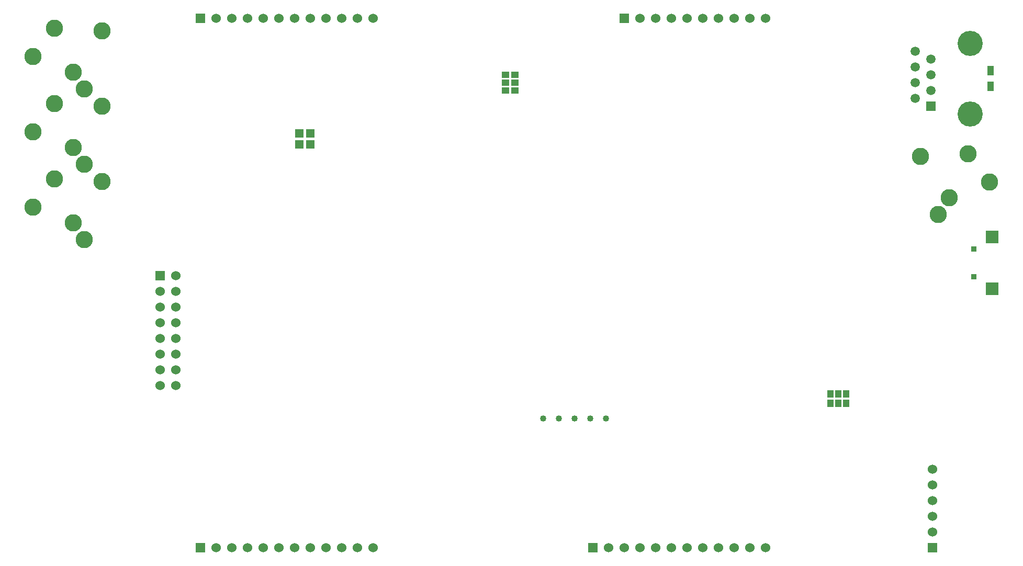
<source format=gbs>
G04 (created by PCBNEW (2013-03-19 BZR 4004)-stable) date 7/29/2015 2:41:24 PM*
%MOIN*%
G04 Gerber Fmt 3.4, Leading zero omitted, Abs format*
%FSLAX34Y34*%
G01*
G70*
G90*
G04 APERTURE LIST*
%ADD10C,0.007*%
%ADD11R,0.035X0.035*%
%ADD12R,0.08X0.08*%
%ADD13C,0.11*%
%ADD14C,0.16*%
%ADD15R,0.0591X0.0591*%
%ADD16C,0.0591*%
%ADD17R,0.055X0.055*%
%ADD18R,0.04X0.06*%
%ADD19C,0.04*%
%ADD20R,0.04X0.05*%
%ADD21R,0.05X0.04*%
%ADD22R,0.06X0.06*%
%ADD23C,0.06*%
G04 APERTURE END LIST*
G54D10*
G54D11*
X60670Y-19280D03*
X60670Y-17520D03*
G54D12*
X61850Y-20050D03*
X61850Y-16750D03*
G54D13*
X61660Y-13250D03*
X58400Y-15300D03*
X59100Y-14250D03*
X57260Y-11600D03*
X60310Y-11450D03*
X740Y-5250D03*
X4000Y-7300D03*
X3300Y-6250D03*
X5140Y-3600D03*
X2090Y-3450D03*
X740Y-10050D03*
X4000Y-12100D03*
X3300Y-11050D03*
X5140Y-8400D03*
X2090Y-8250D03*
X740Y-14850D03*
X4000Y-16900D03*
X3300Y-15850D03*
X5140Y-13200D03*
X2090Y-13050D03*
G54D14*
X60430Y-4400D03*
X60430Y-8900D03*
G54D15*
X57930Y-8400D03*
G54D16*
X56930Y-7900D03*
X57930Y-7400D03*
X56930Y-6900D03*
X57930Y-6400D03*
X56930Y-5900D03*
X57930Y-5400D03*
X56930Y-4900D03*
G54D17*
X18400Y-10850D03*
X17700Y-10850D03*
X18400Y-10150D03*
X17700Y-10150D03*
G54D18*
X61750Y-6150D03*
X61750Y-7150D03*
G54D19*
X35250Y-28300D03*
X36250Y-28300D03*
X33250Y-28300D03*
X34250Y-28300D03*
X37250Y-28300D03*
G54D20*
X52050Y-27350D03*
X51550Y-27350D03*
X52550Y-27350D03*
X52050Y-26750D03*
X51550Y-26750D03*
X52550Y-26750D03*
G54D21*
X31450Y-6900D03*
X31450Y-7400D03*
X31450Y-6400D03*
X30850Y-6900D03*
X30850Y-7400D03*
X30850Y-6400D03*
G54D22*
X11400Y-2800D03*
G54D23*
X12400Y-2800D03*
X13400Y-2800D03*
X14400Y-2800D03*
X15400Y-2800D03*
X16400Y-2800D03*
X17400Y-2800D03*
X18400Y-2800D03*
X19400Y-2800D03*
X20400Y-2800D03*
X21400Y-2800D03*
X22400Y-2800D03*
G54D22*
X11400Y-36550D03*
G54D23*
X12400Y-36550D03*
X13400Y-36550D03*
X14400Y-36550D03*
X15400Y-36550D03*
X16400Y-36550D03*
X17400Y-36550D03*
X18400Y-36550D03*
X19400Y-36550D03*
X20400Y-36550D03*
X21400Y-36550D03*
X22400Y-36550D03*
G54D22*
X36400Y-36550D03*
G54D23*
X37400Y-36550D03*
X38400Y-36550D03*
X39400Y-36550D03*
X40400Y-36550D03*
X41400Y-36550D03*
X42400Y-36550D03*
X43400Y-36550D03*
X44400Y-36550D03*
X45400Y-36550D03*
X46400Y-36550D03*
X47400Y-36550D03*
G54D22*
X58050Y-36550D03*
G54D23*
X58050Y-35550D03*
X58050Y-34550D03*
X58050Y-33550D03*
X58050Y-32550D03*
X58050Y-31550D03*
G54D22*
X38400Y-2800D03*
G54D23*
X39400Y-2800D03*
X40400Y-2800D03*
X41400Y-2800D03*
X42400Y-2800D03*
X43400Y-2800D03*
X44400Y-2800D03*
X45400Y-2800D03*
X46400Y-2800D03*
X47400Y-2800D03*
X9850Y-19200D03*
G54D22*
X8850Y-19200D03*
G54D23*
X9850Y-20200D03*
X8850Y-20200D03*
X9850Y-21200D03*
X8850Y-21200D03*
X9850Y-22200D03*
X8850Y-22200D03*
X9850Y-23200D03*
X8850Y-23200D03*
X9850Y-24200D03*
X8850Y-24200D03*
X9850Y-25200D03*
X8850Y-25200D03*
X9850Y-26200D03*
X8850Y-26200D03*
M02*

</source>
